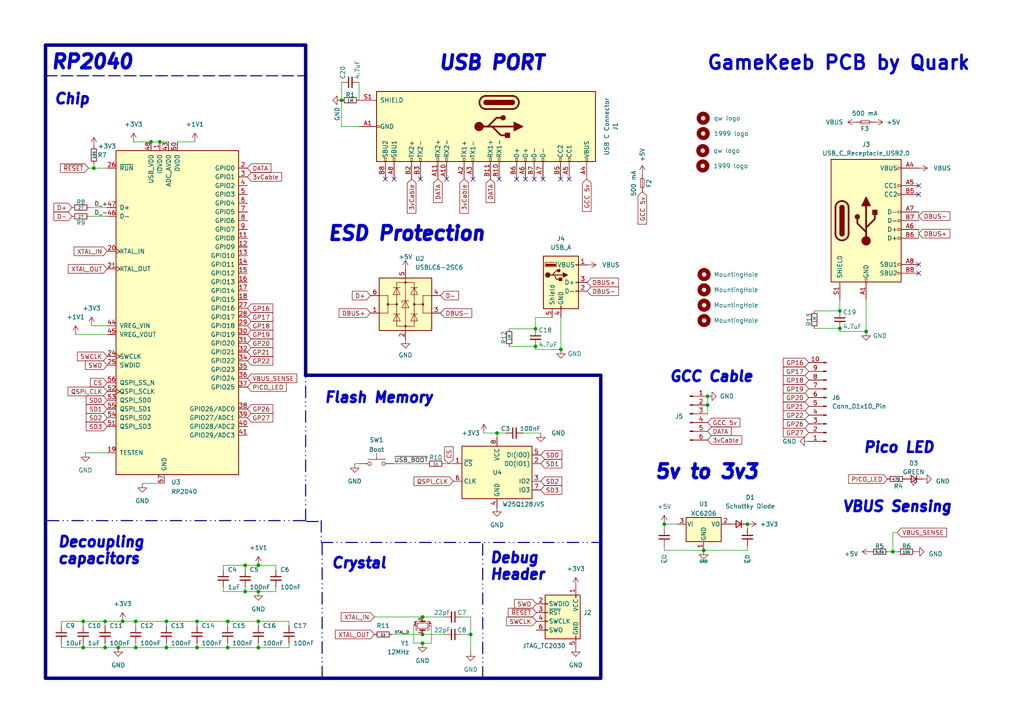
<source format=kicad_sch>
(kicad_sch (version 20230121) (generator eeschema)
  (paper "A4")
  (junction (at 155.321 95.377))
  (junction (at 258.953 160.02))
  (junction (at 35.56 180.213))
  (junction (at 46.355 41.148))
  (junction (at 74.93 180.213))
  (junction (at 71.12 171.577))
  (junction (at 57.15 187.833))
  (junction (at 205.232 114.935))
  (junction (at 48.26 180.213))
  (junction (at 34.29 187.833))
  (junction (at 122.555 184.023))
  (junction (at 71.12 163.957))
  (junction (at 99.06 29.083))
  (junction (at 48.26 187.833))
  (junction (at 74.93 171.577))
  (junction (at 162.687 101.346))
  (junction (at 13.208 21.971))
  (junction (at 39.37 187.833))
  (junction (at 155.321 100.457))
  (junction (at 30.48 187.833))
  (junction (at 24.13 180.213))
  (junction (at 144.145 125.603))
  (junction (at 122.555 186.563))
  (junction (at 74.93 187.833))
  (junction (at 216.789 152.019))
  (junction (at 30.48 180.213))
  (junction (at 251.206 96.139))
  (junction (at 136.525 184.023))
  (junction (at 204.089 159.639) (diameter 0.9144))
  (junction (at 192.659 152.019) (diameter 0.9144))
  (junction (at 43.815 41.148))
  (junction (at 57.15 180.213))
  (junction (at 66.04 180.213))
  (junction (at 27.2222 48.768))
  (junction (at 39.37 180.213))
  (junction (at 74.93 163.957))
  (junction (at 88.646 108.839))
  (junction (at 174.244 157.3361))
  (junction (at 24.13 187.833))
  (junction (at 122.555 178.943))
  (junction (at 243.586 90.17))
  (junction (at 243.586 95.25))
  (junction (at 205.232 117.475))
  (junction (at 140.001 196.723))
  (junction (at 66.04 187.833))
  (junction (at 88.646 21.971))
  (no_connect (at 154.94 51.943))
  (no_connect (at 129.54 51.943))
  (no_connect (at 114.3 51.943))
  (no_connect (at 165.1 51.943))
  (no_connect (at 144.78 51.943))
  (no_connect (at 266.446 56.388))
  (no_connect (at 152.4 51.943))
  (no_connect (at 162.56 51.943))
  (no_connect (at 266.446 53.848))
  (no_connect (at 266.446 76.708))
  (no_connect (at 157.48 51.943))
  (no_connect (at 149.86 51.943))
  (no_connect (at 137.16 51.943))
  (no_connect (at 111.76 51.943))
  (no_connect (at 121.92 51.943))
  (no_connect (at 266.446 79.248))
  (wire (pts (xy 25.9842 62.738) (xy 31.115 62.738)))
  (wire (pts (xy 57.15 187.833) (xy 66.04 187.833)))
  (wire (pts (xy 17.78 181.483) (xy 17.78 180.213)))
  (bus (pts (xy 93.4392 157.5901) (xy 93.4392 196.977)) (stroke (width 0) (type dash_dot_dot)))
  (wire (pts (xy 151.765 125.603) (xy 156.845 125.603)))
  (bus (pts (xy 13.208 13.081) (xy 13.208 21.971)) (stroke (width 1)))
  (wire (pts (xy 192.659 152.019) (xy 192.659 153.289)))
  (wire (pts (xy 17.78 186.563) (xy 17.78 187.833)))
  (wire (pts (xy 57.15 180.213) (xy 57.15 181.483)))
  (wire (pts (xy 30.48 180.213) (xy 35.56 180.213)))
  (wire (pts (xy 74.93 171.577) (xy 80.01 171.577)))
  (wire (pts (xy 162.687 101.346) (xy 155.321 101.346)))
  (wire (pts (xy 155.321 92.075) (xy 155.321 95.377)))
  (wire (pts (xy 74.93 180.213) (xy 83.82 180.213)))
  (wire (pts (xy 24.13 180.213) (xy 24.13 181.483)))
  (wire (pts (xy 104.14 23.876) (xy 104.14 29.083)))
  (wire (pts (xy 125.095 181.483) (xy 125.095 186.563)))
  (wire (pts (xy 104.14 36.703) (xy 99.06 36.703)))
  (wire (pts (xy 74.93 163.957) (xy 71.12 163.957)))
  (wire (pts (xy 258.953 160.02) (xy 260.4008 160.02)))
  (wire (pts (xy 243.586 96.139) (xy 251.206 96.139)))
  (wire (pts (xy 74.93 180.213) (xy 74.93 181.483)))
  (wire (pts (xy 133.985 178.943) (xy 136.525 178.943)))
  (wire (pts (xy 48.26 187.833) (xy 48.26 186.563)))
  (wire (pts (xy 243.586 96.139) (xy 243.586 95.25)))
  (wire (pts (xy 125.095 186.563) (xy 122.555 186.563)))
  (wire (pts (xy 66.04 180.213) (xy 66.04 181.483)))
  (bus (pts (xy 140.001 196.723) (xy 140.001 157.353)) (stroke (width 0) (type dash_dot_dot)))
  (wire (pts (xy 136.525 178.943) (xy 136.525 184.023)))
  (wire (pts (xy 26.5684 94.488) (xy 31.115 94.488)))
  (wire (pts (xy 27.2222 48.768) (xy 31.115 48.768)))
  (wire (pts (xy 120.015 186.563) (xy 122.555 186.563)))
  (wire (pts (xy 46.355 41.148) (xy 48.895 41.148)))
  (bus (pts (xy 174.244 196.723) (xy 174.244 157.3361)) (stroke (width 1)))
  (wire (pts (xy 155.321 101.346) (xy 155.321 100.457)))
  (wire (pts (xy 136.525 184.023) (xy 136.525 189.103)))
  (wire (pts (xy 38.735 41.148) (xy 43.815 41.148)))
  (wire (pts (xy 25.9842 60.198) (xy 31.115 60.198)))
  (wire (pts (xy 243.586 95.25) (xy 236.22 95.25)))
  (wire (pts (xy 260.223 154.432) (xy 258.953 154.432)))
  (wire (pts (xy 39.37 187.833) (xy 48.26 187.833)))
  (wire (pts (xy 41.275 140.208) (xy 47.625 140.208)))
  (wire (pts (xy 71.12 163.957) (xy 71.12 165.227)))
  (wire (pts (xy 192.659 152.019) (xy 196.469 152.019)))
  (wire (pts (xy 205.232 117.475) (xy 205.232 120.015)))
  (bus (pts (xy 88.9 151.257) (xy 93.4392 151.257)) (stroke (width 0) (type dash_dot_dot)))
  (wire (pts (xy 155.321 100.457) (xy 147.701 100.457)))
  (wire (pts (xy 66.04 186.563) (xy 66.04 187.833)))
  (wire (pts (xy 192.659 158.369) (xy 192.659 159.639)))
  (wire (pts (xy 66.04 187.833) (xy 74.93 187.833)))
  (wire (pts (xy 64.77 163.957) (xy 64.77 165.227)))
  (wire (pts (xy 204.089 159.639) (xy 192.659 159.639)))
  (wire (pts (xy 136.525 184.023) (xy 133.985 184.023)))
  (bus (pts (xy 93.1852 157.3361) (xy 174.244 157.3361)) (stroke (width 0) (type dash_dot_dot)))
  (wire (pts (xy 48.26 180.213) (xy 48.26 181.483)))
  (wire (pts (xy 147.701 95.377) (xy 155.321 95.377)))
  (wire (pts (xy 31.115 97.028) (xy 21.9456 97.028)))
  (bus (pts (xy 13.208 21.971) (xy 13.208 196.723)) (stroke (width 1)))
  (wire (pts (xy 30.48 187.833) (xy 34.29 187.833)))
  (wire (pts (xy 144.145 125.603) (xy 144.145 126.873)))
  (wire (pts (xy 251.206 86.868) (xy 251.206 96.139)))
  (wire (pts (xy 160.147 92.075) (xy 155.321 92.075)))
  (wire (pts (xy 122.555 184.023) (xy 113.665 184.023)))
  (bus (pts (xy 13.716 151.003) (xy 88.646 151.003)) (stroke (width 0) (type dash_dot_dot)))
  (wire (pts (xy 64.77 171.577) (xy 71.12 171.577)))
  (wire (pts (xy 102.87 134.493) (xy 104.14 134.493)))
  (wire (pts (xy 25.6793 48.768) (xy 27.2222 48.768)))
  (bus (pts (xy 88.646 13.081) (xy 88.646 21.971)) (stroke (width 1)))
  (wire (pts (xy 57.15 186.563) (xy 57.15 187.833)))
  (wire (pts (xy 74.93 187.833) (xy 83.82 187.833)))
  (wire (pts (xy 99.06 23.876) (xy 99.06 29.083)))
  (bus (pts (xy 88.646 108.839) (xy 174.244 108.839)) (stroke (width 1)))
  (wire (pts (xy 74.93 187.833) (xy 74.93 186.563)))
  (wire (pts (xy 39.37 180.213) (xy 48.26 180.213)))
  (wire (pts (xy 30.48 180.213) (xy 24.13 180.213)))
  (bus (pts (xy 88.646 21.971) (xy 88.646 108.839)) (stroke (width 1)))
  (wire (pts (xy 17.78 187.833) (xy 24.13 187.833)))
  (wire (pts (xy 243.586 86.868) (xy 243.586 90.17)))
  (wire (pts (xy 83.82 180.213) (xy 83.82 181.483)))
  (bus (pts (xy 88.646 151.003) (xy 88.646 108.839)) (stroke (width 0) (type dash_dot_dot)))
  (wire (pts (xy 205.232 114.935) (xy 205.232 117.475)))
  (bus (pts (xy 13.208 196.723) (xy 140.001 196.723)) (stroke (width 1)))
  (wire (pts (xy 266.446 61.468) (xy 266.446 64.008)))
  (wire (pts (xy 74.93 163.957) (xy 80.01 163.957)))
  (wire (pts (xy 128.905 134.493) (xy 131.445 134.493)))
  (wire (pts (xy 57.15 180.213) (xy 66.04 180.213)))
  (wire (pts (xy 99.06 36.703) (xy 99.06 29.083)))
  (wire (pts (xy 27.2222 47.498) (xy 27.2222 48.768)))
  (wire (pts (xy 80.01 163.957) (xy 80.01 165.227)))
  (wire (pts (xy 140.335 125.603) (xy 144.145 125.603)))
  (wire (pts (xy 128.905 178.943) (xy 122.555 178.943)))
  (wire (pts (xy 257.683 160.02) (xy 258.953 160.02)))
  (wire (pts (xy 80.01 171.577) (xy 80.01 170.307)))
  (wire (pts (xy 216.789 153.2636) (xy 216.789 152.019)))
  (wire (pts (xy 30.48 186.563) (xy 30.48 187.833)))
  (wire (pts (xy 35.56 180.213) (xy 39.37 180.213)))
  (wire (pts (xy 108.585 178.943) (xy 122.555 178.943)))
  (wire (pts (xy 48.26 187.833) (xy 57.15 187.833)))
  (wire (pts (xy 24.765 131.318) (xy 31.115 131.318)))
  (wire (pts (xy 24.13 187.833) (xy 30.48 187.833)))
  (wire (pts (xy 216.789 158.3436) (xy 216.789 159.639)))
  (wire (pts (xy 83.82 187.833) (xy 83.82 186.563)))
  (wire (pts (xy 162.687 92.075) (xy 162.687 101.346)))
  (wire (pts (xy 30.48 180.213) (xy 30.48 181.483)))
  (wire (pts (xy 71.12 171.577) (xy 74.93 171.577)))
  (bus (pts (xy 174.244 157.3361) (xy 174.244 108.839)) (stroke (width 1)))
  (wire (pts (xy 48.26 180.213) (xy 57.15 180.213)))
  (wire (pts (xy 64.77 170.307) (xy 64.77 171.577)))
  (bus (pts (xy 93.1852 151.003) (xy 93.1852 157.3361)) (stroke (width 0) (type dash_dot_dot)))
  (bus (pts (xy 13.208 13.081) (xy 88.646 13.081)) (stroke (width 1)))
  (wire (pts (xy 258.953 154.432) (xy 258.953 160.02)))
  (wire (pts (xy 128.905 184.023) (xy 122.555 184.023)))
  (wire (pts (xy 114.3 134.493) (xy 123.825 134.493)))
  (wire (pts (xy 266.446 66.548) (xy 266.446 69.088)))
  (wire (pts (xy 43.815 41.148) (xy 46.355 41.148)))
  (wire (pts (xy 71.12 170.307) (xy 71.12 171.577)))
  (wire (pts (xy 204.089 159.639) (xy 216.789 159.639)))
  (wire (pts (xy 24.13 186.563) (xy 24.13 187.833)))
  (wire (pts (xy 144.145 125.603) (xy 146.685 125.603)))
  (wire (pts (xy 51.435 41.148) (xy 56.515 41.148)))
  (bus (pts (xy 174.244 157.3361) (xy 174.244 157.353)))
  (bus (pts (xy 13.208 21.971) (xy 88.646 21.971)) (stroke (width 0) (type dash)))
  (bus (pts (xy 140.001 196.723) (xy 174.244 196.723)) (stroke (width 1)))
  (wire (pts (xy 120.015 181.483) (xy 120.015 186.563)))
  (wire (pts (xy 39.37 187.833) (xy 39.37 186.563)))
  (wire (pts (xy 17.78 180.213) (xy 24.13 180.213)))
  (wire (pts (xy 71.12 163.957) (xy 64.77 163.957)))
  (wire (pts (xy 66.04 180.213) (xy 74.93 180.213)))
  (wire (pts (xy 39.37 180.213) (xy 39.37 181.483)))
  (wire (pts (xy 34.29 187.833) (xy 39.37 187.833)))
  (wire (pts (xy 236.22 90.17) (xy 243.586 90.17)))
  (text "Decoupling\ncapacitors" (at 16.51 163.957 0) (effects (font (size 3 3) (thickness 2) bold italic) (justify left bottom)))
  (text "GameKeeb PCB by Quark" (at 281.686 20.701 0) (effects (font (size 4 4) (thickness 0.8) bold) (justify right bottom)))
  (text "5v to 3v3" (at 189.611 139.319 0) (effects (font (size 4 4) (thickness 2) bold italic) (justify left bottom)))
  (text "Debug\nHeader" (at 141.859 168.529 0) (effects (font (size 3 3) (thickness 2) bold italic) (justify left bottom)))
  (text "VBUS Sensing" (at 244.094 148.844 0) (effects (font (size 3 3) (thickness 2) bold italic) (justify left bottom)))
  (text "Chip" (at 15.494 30.607 0) (effects (font (size 3 3) (thickness 2) bold italic) (justify left bottom)))
  (text "Crystal" (at 95.885 165.227 0) (effects (font (size 3 3) (thickness 2) bold italic) (justify left bottom)))
  (text "USB PORT" (at 126.873 20.701 0) (effects (font (size 4 4) (thickness 2) bold italic) (justify left bottom)))
  (text "RP2040" (at 14.478 20.447 0) (effects (font (size 4 4) (thickness 2) bold italic) (justify left bottom)))
  (text "Flash Memory" (at 93.853 117.221 0) (effects (font (size 3 3) (thickness 2) bold italic) (justify left bottom)))
  (text "ESD Protection" (at 94.742 70.231 0) (effects (font (size 4 4) (thickness 2) bold italic) (justify left bottom)))
  (text "GCC Cable" (at 193.929 111.125 0) (effects (font (size 3 3) (thickness 2) bold italic) (justify left bottom)))
  (text "Pico LED" (at 250.19 131.699 0) (effects (font (size 3 3) (thickness 2) bold italic) (justify left bottom)))
  (label "D_+" (at 27.305 60.198 0))
  (label "D_-" (at 27.305 62.738 0))
  (label "~{USB_BOOT}" (at 114.3 134.493 0))
  (label "XTAL_O" (at 118.745 184.023 180) (effects (font (size 0.8 0.8))))
  (global_label "GP18" (shape input) (at 71.755 94.488 0) (property "Intersheetrefs" "${INTERSHEET_REFS}" (effects hide)))
  (global_label "GP22" (shape input) (at 71.755 104.648 0) (property "Intersheetrefs" "${INTERSHEET_REFS}" (effects hide)))
  (global_label "DBUS+" (shape input) (at 170.307 81.915 0) (property "Intersheetrefs" "${INTERSHEET_REFS}" (effects hide)))
  (global_label "~{RESET}" (shape input) (at 25.6793 48.768 180) (property "Intersheetrefs" "${INTERSHEET_REFS}" (effects hide)))
  (global_label "CS" (shape input) (at 31.115 110.998 180) (property "Intersheetrefs" "${INTERSHEET_REFS}" (effects hide)))
  (global_label "D+" (shape input) (at 107.442 85.725 180) (property "Intersheetrefs" "${INTERSHEET_REFS}" (effects hide)))
  (global_label "SD0" (shape input) (at 31.115 116.078 180) (property "Intersheetrefs" "${INTERSHEET_REFS}" (effects hide)))
  (global_label "GP17" (shape input) (at 234.569 107.696 180) (property "Intersheetrefs" "${INTERSHEET_REFS}" (effects hide)))
  (global_label "VBUS_SENSE" (shape input) (at 260.223 154.432 0) (property "Intersheetrefs" "${INTERSHEET_REFS}" (effects hide)))
  (global_label "SD0" (shape input) (at 156.845 131.953 0) (property "Intersheetrefs" "${INTERSHEET_REFS}" (effects hide)))
  (global_label "VBUS_SENSE" (shape input) (at 71.755 109.728 0) (property "Intersheetrefs" "${INTERSHEET_REFS}" (effects hide)))
  (global_label "SD3" (shape input) (at 31.115 123.698 180) (property "Intersheetrefs" "${INTERSHEET_REFS}" (effects hide)))
  (global_label "GP17" (shape input) (at 71.755 91.948 0) (property "Intersheetrefs" "${INTERSHEET_REFS}" (effects hide)))
  (global_label "QSPI_CLK" (shape input) (at 31.115 113.538 180) (property "Intersheetrefs" "${INTERSHEET_REFS}" (effects hide)))
  (global_label "PICO_LED" (shape input) (at 71.755 112.268 0) (property "Intersheetrefs" "${INTERSHEET_REFS}" (effects hide)))
  (global_label "SWCLK" (shape input) (at 31.115 103.378 180) (property "Intersheetrefs" "${INTERSHEET_REFS}" (effects hide)))
  (global_label "~{RESET}" (shape input) (at 155.575 177.673 180) (property "Intersheetrefs" "${INTERSHEET_REFS}" (effects hide)))
  (global_label "D-" (shape input) (at 20.9042 62.738 180) (property "Intersheetrefs" "${INTERSHEET_REFS}" (effects hide)))
  (global_label "D-" (shape input) (at 127.762 85.725 0) (property "Intersheetrefs" "${INTERSHEET_REFS}" (effects hide)))
  (global_label "GP22" (shape input) (at 234.569 120.396 180) (property "Intersheetrefs" "${INTERSHEET_REFS}" (effects hide)))
  (global_label "GP26" (shape input) (at 71.755 118.618 0) (property "Intersheetrefs" "${INTERSHEET_REFS}" (effects hide)))
  (global_label "SD3" (shape input) (at 156.845 142.113 0) (property "Intersheetrefs" "${INTERSHEET_REFS}" (effects hide)))
  (global_label "SD1" (shape input) (at 31.115 118.618 180) (property "Intersheetrefs" "${INTERSHEET_REFS}" (effects hide)))
  (global_label "PICO_LED" (shape input) (at 257.429 138.938 180) (property "Intersheetrefs" "${INTERSHEET_REFS}" (effects hide)))
  (global_label "DBUS-" (shape input) (at 266.446 62.6872 0) (property "Intersheetrefs" "${INTERSHEET_REFS}" (effects hide)))
  (global_label "CS" (shape input) (at 130.175 134.493 90) (property "Intersheetrefs" "${INTERSHEET_REFS}" (effects hide)))
  (global_label "3vCable" (shape input) (at 205.232 127.635 0) (property "Intersheetrefs" "${INTERSHEET_REFS}" (effects hide)))
  (global_label "DBUS+" (shape input) (at 107.442 90.805 180) (property "Intersheetrefs" "${INTERSHEET_REFS}" (effects hide)))
  (global_label "XTAL_OUT" (shape input) (at 31.115 77.978 180) (property "Intersheetrefs" "${INTERSHEET_REFS}" (effects hide)))
  (global_label "GCC 5v" (shape input) (at 205.232 122.555 0) (property "Intersheetrefs" "${INTERSHEET_REFS}" (effects hide)))
  (global_label "GP18" (shape input) (at 234.569 110.236 180) (property "Intersheetrefs" "${INTERSHEET_REFS}" (effects hide)))
  (global_label "GP16" (shape input) (at 234.569 105.156 180) (property "Intersheetrefs" "${INTERSHEET_REFS}" (effects hide)))
  (global_label "GP26" (shape input) (at 234.569 122.936 180) (property "Intersheetrefs" "${INTERSHEET_REFS}" (effects hide)))
  (global_label "GP27" (shape input) (at 234.569 125.476 180) (property "Intersheetrefs" "${INTERSHEET_REFS}" (effects hide)))
  (global_label "DATA" (shape input) (at 71.755 48.768 0) (property "Intersheetrefs" "${INTERSHEET_REFS}" (effects hide)))
  (global_label "3vCable" (shape input) (at 134.62 51.943 270) (property "Intersheetrefs" "${INTERSHEET_REFS}" (effects hide)))
  (global_label "GP27" (shape input) (at 71.755 121.158 0) (property "Intersheetrefs" "${INTERSHEET_REFS}" (effects hide)))
  (global_label "GCC 5v" (shape input) (at 186.309 55.626 270) (property "Intersheetrefs" "${INTERSHEET_REFS}" (effects hide)))
  (global_label "XTAL_IN" (shape input) (at 31.115 72.898 180) (property "Intersheetrefs" "${INTERSHEET_REFS}" (effects hide)))
  (global_label "GP16" (shape input) (at 71.755 89.408 0) (property "Intersheetrefs" "${INTERSHEET_REFS}" (effects hide)))
  (global_label "XTAL_IN" (shape input) (at 108.585 178.943 180) (property "Intersheetrefs" "${INTERSHEET_REFS}" (effects hide)))
  (global_label "SD2" (shape input) (at 156.845 139.573 0) (property "Intersheetrefs" "${INTERSHEET_REFS}" (effects hide)))
  (global_label "GP21" (shape input) (at 234.569 117.856 180) (property "Intersheetrefs" "${INTERSHEET_REFS}" (effects hide)))
  (global_label "QSPI_CLK" (shape input) (at 131.445 139.573 180) (property "Intersheetrefs" "${INTERSHEET_REFS}" (effects hide)))
  (global_label "SD1" (shape input) (at 156.845 134.493 0) (property "Intersheetrefs" "${INTERSHEET_REFS}" (effects hide)))
  (global_label "GP20" (shape input) (at 234.569 115.316 180) (property "Intersheetrefs" "${INTERSHEET_REFS}" (effects hide)))
  (global_label "DATA" (shape input) (at 205.232 125.095 0) (property "Intersheetrefs" "${INTERSHEET_REFS}" (effects hide)))
  (global_label "D+" (shape input) (at 20.9042 60.198 180) (property "Intersheetrefs" "${INTERSHEET_REFS}" (effects hide)))
  (global_label "3vCable" (shape input) (at 119.38 51.943 270) (property "Intersheetrefs" "${INTERSHEET_REFS}" (effects hide)))
  (global_label "DATA" (shape input) (at 127 51.943 270) (property "Intersheetrefs" "${INTERSHEET_REFS}" (effects hide)))
  (global_label "SD2" (shape input) (at 31.115 121.158 180) (property "Intersheetrefs" "${INTERSHEET_REFS}" (effects hide)))
  (global_label "DBUS-" (shape input) (at 170.307 84.455 0) (property "Intersheetrefs" "${INTERSHEET_REFS}" (effects hide)))
  (global_label "GP20" (shape input) (at 71.755 99.568 0) (property "Intersheetrefs" "${INTERSHEET_REFS}" (effects hide)))
  (global_label "GP19" (shape input) (at 71.755 97.028 0) (property "Intersheetrefs" "${INTERSHEET_REFS}" (effects hide)))
  (global_label "DBUS-" (shape input) (at 127.762 90.805 0) (property "Intersheetrefs" "${INTERSHEET_REFS}" (effects hide)))
  (global_label "DBUS+" (shape input) (at 266.446 67.7672 0) (property "Intersheetrefs" "${INTERSHEET_REFS}" (effects hide)))
  (global_label "GCC 5v" (shape input) (at 170.18 51.943 270) (property "Intersheetrefs" "${INTERSHEET_REFS}" (effects hide)))
  (global_label "XTAL_OUT" (shape input) (at 108.585 184.023 180) (property "Intersheetrefs" "${INTERSHEET_REFS}" (effects hide)))
  (global_label "SWCLK" (shape input) (at 155.575 180.213 180) (property "Intersheetrefs" "${INTERSHEET_REFS}" (effects hide)))
  (global_label "SWD" (shape input) (at 155.575 175.133 180) (property "Intersheetrefs" "${INTERSHEET_REFS}" (effects hide)))
  (global_label "SWD" (shape input) (at 31.115 105.918 180) (property "Intersheetrefs" "${INTERSHEET_REFS}" (effects hide)))
  (global_label "GP19" (shape input) (at 234.569 112.776 180) (property "Intersheetrefs" "${INTERSHEET_REFS}" (effects hide)))
  (global_label "3vCable" (shape input) (at 71.755 51.308 0) (property "Intersheetrefs" "${INTERSHEET_REFS}" (effects hide)))
  (global_label "DATA" (shape input) (at 142.24 51.943 270) (property "Intersheetrefs" "${INTERSHEET_REFS}" (effects hide)))
  (global_label "GP21" (shape input) (at 71.755 102.108 0) (property "Intersheetrefs" "${INTERSHEET_REFS}" (effects hide)))
  (symbol (lib_id "power:GND") (at 162.687 101.346 0) (unit 1)
    (property "Reference" "#PWR040" (effects hide))
    (property "Value" "GND" (at 164.6174 102.6159 0) (effects (justify left)))
  )
  (symbol (lib_id "power:+1V1") (at 21.9456 97.028 0) (unit 1)
    (property "Reference" "#PWR01" (effects hide))
    (property "Value" "+1V1" (at 21.9456 91.948 0))
  )
  (symbol (lib_id "power:GND") (at 74.93 171.577 0) (unit 1)
    (property "Reference" "#PWR011" (effects hide))
    (property "Value" "GND" (at 74.93 176.657 0))
  )
  (symbol (lib_id "power:GND") (at 167.005 187.833 0) (unit 1)
    (property "Reference" "#PWR025" (effects hide))
    (property "Value" "GND" (at 167.005 192.913 0))
  )
  (symbol (lib_id "Connector:USB_A") (at 162.687 81.915 0) (unit 1)
    (property "Reference" "J4" (at 162.687 69.215 0))
    (property "Value" "USB_A" (at 162.687 71.755 0))
    (property "Footprint" "USB1130-15-A:GCT_USB1130-15-A_REVA" (effects hide))
    (property "Datasheet" " ~" (effects hide))
  )
  (symbol (lib_id "Connector:USB_C_Receptacle") (at 144.78 36.703 270) (unit 1)
    (property "Reference" "J1" (at 178.5112 36.703 0))
    (property "Value" "USB C Connector" (at 175.9712 36.703 0))
    (property "Footprint" "footprints:TYPE-C_24P_QCHT" (effects hide))
    (property "Datasheet" "https://www.usb.org/sites/default/files/documents/usb_type-c.zip" (effects hide))
    (property "LCSC" "C456013" (effects hide))
  )
  (symbol (lib_id "power:+3V3") (at 35.56 180.213 0) (unit 1)
    (property "Reference" "#PWR06" (effects hide))
    (property "Value" "+3V3" (at 35.56 175.133 0))
  )
  (symbol (lib_id "power:+5V") (at 186.309 50.546 0) (unit 1)
    (property "Reference" "#PWR038" (effects hide))
    (property "Value" "+5V" (at 186.309 46.99 90) (effects (justify left)))
  )
  (symbol (lib_id "Device:C_Small") (at 80.01 167.767 0) (unit 1)
    (property "Reference" "C6" (at 81.28 165.2269 0) (effects (justify left)))
    (property "Value" "100nF" (at 81.28 170.3069 0) (effects (justify left)))
    (property "Footprint" "Capacitor_SMD:C_0402_1005Metric" (effects hide))
    (property "LCSC" "C1525" (effects hide))
  )
  (symbol (lib_id "Switch:SW_Push") (at 109.22 134.493 0) (unit 1) (in_bom no)
    (property "Reference" "SW1" (at 109.22 127.6055 0))
    (property "Value" "Boot" (at 109.22 130.3806 0))
    (property "Footprint" "Button_Switch_SMD:SW_SPST_SKQG_WithStem" (effects hide))
    (property "LCSC" "C318884" (effects hide))
  )
  (symbol (lib_id "Device:R_Small") (at 111.125 184.023 270) (mirror x) (unit 1)
    (property "Reference" "R11" (at 111.125 181.483 90))
    (property "Value" "1k" (at 111.125 184.1179 90) (effects (font (size 0.8 0.8))))
    (property "Footprint" "Resistor_SMD:R_0402_1005Metric" (effects hide))
    (property "LCSC" "C11702" (effects hide))
  )
  (symbol (lib_id "Device:C_Small") (at 64.77 167.767 0) (unit 1)
    (property "Reference" "C4" (at 66.04 165.2269 0) (effects (justify left)))
    (property "Value" "1uF" (at 66.04 170.3069 0) (effects (justify left)))
    (property "Footprint" "Capacitor_SMD:C_0402_1005Metric" (effects hide))
    (property "LCSC" "C52923" (effects hide))
  )
  (symbol (lib_id "Device:C_Small") (at 131.445 184.023 270) (mirror x) (unit 1)
    (property "Reference" "C8" (at 133.985 182.753 90))
    (property "Value" "22pF" (at 128.27 182.753 90))
    (property "Footprint" "Capacitor_SMD:C_0402_1005Metric" (effects hide))
    (property "LCSC" "C1555" (effects hide))
  )
  (symbol (lib_id "power:GND") (at 24.765 131.318 0) (unit 1)
    (property "Reference" "#PWR02" (effects hide))
    (property "Value" "GND" (at 24.765 136.398 0))
  )
  (symbol (lib_id "Mechanical:MountingHole") (at 204.216 92.964 0) (unit 1)
    (property "Reference" "H4" (effects hide))
    (property "Value" "MountingHole" (at 207.01 92.964 0) (effects (justify left)))
    (property "Footprint" "MountingHole:MountingHole_2.1mm" (effects hide))
  )
  (symbol (lib_id "Mechanical:MountingHole") (at 203.835 48.133 0) (unit 1)
    (property "Reference" "H8" (effects hide))
    (property "Value" "1999 logo" (at 206.883 48.133 0) (effects (justify left)))
    (property "Footprint" "1999:1999 logo md" (effects hide))
  )
  (symbol (lib_id "Device:R_Small") (at 147.701 97.917 180) (unit 1)
    (property "Reference" "R12" (at 146.1516 97.917 90))
    (property "Value" "1M" (at 147.8026 97.917 90) (effects (font (size 0.8 0.8))))
    (property "Footprint" "Resistor_SMD:R_0603_1608Metric" (effects hide))
    (property "LCSC" "C25190" (effects hide))
  )
  (symbol (lib_id "Device:R_Small") (at 255.143 160.02 90) (unit 1)
    (property "Reference" "R5" (at 256.4477 158.4171 90) (effects (justify left)))
    (property "Value" "5.6k" (at 256.4995 160.0869 90) (effects (font (size 0.8 0.8)) (justify left)))
    (property "Footprint" "Resistor_SMD:R_0603_1608Metric" (effects hide))
    (property "LCSC" "C23189" (effects hide))
  )
  (symbol (lib_id "Device:C_Small") (at 39.37 184.023 0) (unit 1)
    (property "Reference" "C12" (at 40.64 181.4829 0) (effects (justify left)))
    (property "Value" "100nF" (at 40.64 186.5629 0) (effects (justify left)))
    (property "Footprint" "Capacitor_SMD:C_0402_1005Metric" (effects hide))
    (property "LCSC" "C1525" (effects hide))
  )
  (symbol (lib_id "power:GND") (at 41.275 140.208 0) (unit 1)
    (property "Reference" "#PWR08" (effects hide))
    (property "Value" "GND" (at 41.275 145.288 0))
  )
  (symbol (lib_id "power:+5V") (at 117.602 78.105 0) (unit 1)
    (property "Reference" "#PWR014" (effects hide))
    (property "Value" "+5V" (at 117.602 74.5005 0))
  )
  (symbol (lib_id "power:+3V3") (at 27.2222 42.418 0) (unit 1)
    (property "Reference" "#PWR04" (effects hide))
    (property "Value" "+3V3" (at 31.0322 42.418 0))
  )
  (symbol (lib_id "Device:R_Small") (at 101.6 29.083 90) (unit 1)
    (property "Reference" "R1" (at 101.6 27.5336 90))
    (property "Value" "1M" (at 101.6 29.1846 90) (effects (font (size 0.8 0.8))))
    (property "Footprint" "Resistor_SMD:R_0603_1608Metric" (effects hide))
    (property "LCSC" "C25190" (effects hide))
  )
  (symbol (lib_id "Device:R_Small") (at 23.4442 62.738 90) (unit 1)
    (property "Reference" "R9" (at 23.4442 64.6176 90))
    (property "Value" "27" (at 23.4442 62.8396 90) (effects (font (size 0.8 0.8))))
    (property "Footprint" "Resistor_SMD:R_0603_1608Metric" (effects hide))
    (property "LCSC" "C25190" (effects hide))
  )
  (symbol (lib_id "power:+5V") (at 192.659 152.019 0) (unit 1)
    (property "Reference" "#PWR020" (effects hide))
    (property "Value" "+5V" (at 192.659 146.939 0))
  )
  (symbol (lib_id "power:GND") (at 156.845 125.603 0) (unit 1)
    (property "Reference" "#PWR021" (effects hide))
    (property "Value" "GND" (at 161.925 125.603 0))
  )
  (symbol (lib_id "Connector:Conn_01x06_Pin") (at 200.152 120.015 0) (unit 1)
    (property "Reference" "J5" (at 196.977 120.777 0))
    (property "Value" "GCC Cable" (effects hide))
    (property "Footprint" "Connector_PinHeader_2.00mm:PinHeader_1x06_P2.00mm_Vertical" (effects hide))
  )
  (symbol (lib_id "power:GND") (at 34.29 187.833 0) (unit 1)
    (property "Reference" "#PWR05" (effects hide))
    (property "Value" "GND" (at 34.29 192.913 0))
  )
  (symbol (lib_id "power:GND") (at 234.569 128.016 270) (unit 1)
    (property "Reference" "#PWR023" (effects hide))
    (property "Value" "GND" (at 231.013 128.016 90) (effects (justify right)))
  )
  (symbol (lib_id "Device:C_Small") (at 131.445 178.943 270) (mirror x) (unit 1)
    (property "Reference" "C7" (at 133.985 177.673 90))
    (property "Value" "22pF" (at 128.27 177.673 90))
    (property "Footprint" "Capacitor_SMD:C_0402_1005Metric" (effects hide))
    (property "LCSC" "C1555" (effects hide))
  )
  (symbol (lib_id "Device:C_Small") (at 243.586 92.71 0) (unit 1)
    (property "Reference" "C19" (at 244.475 90.551 0) (effects (justify left)))
    (property "Value" "4.7uF" (at 244.475 94.742 0) (effects (justify left)))
    (property "Footprint" "Capacitor_SMD:C_0603_1608Metric" (effects hide))
  )
  (symbol (lib_id "Mechanical:MountingHole") (at 204.216 79.629 0) (unit 1)
    (property "Reference" "H1" (effects hide))
    (property "Value" "MountingHole" (at 207.01 79.629 0) (effects (justify left)))
    (property "Footprint" "MountingHole:MountingHole_2.1mm" (effects hide))
  )
  (symbol (lib_id "power:GND") (at 204.089 159.639 0) (unit 1)
    (property "Reference" "#PWR022" (effects hide))
    (property "Value" "GND" (at 204.089 162.814 0) (effects (font (size 0.762 0.762))))
  )
  (symbol (lib_id "Mechanical:MountingHole") (at 203.962 34.29 0) (unit 1)
    (property "Reference" "H5" (effects hide))
    (property "Value" "qw logo" (at 207.01 34.29 0) (effects (justify left)))
    (property "Footprint" "qw-logo:qw new logo silk + copper sm" (effects hide))
  )
  (symbol (lib_id "Device:C_Small") (at 48.26 184.023 0) (unit 1)
    (property "Reference" "C13" (at 49.53 181.4829 0) (effects (justify left)))
    (property "Value" "100nF" (at 49.53 186.5629 0) (effects (justify left)))
    (property "Footprint" "Capacitor_SMD:C_0402_1005Metric" (effects hide))
    (property "LCSC" "C1525" (effects hide))
  )
  (symbol (lib_id "power:VBUS") (at 170.307 76.835 270) (unit 1)
    (property "Reference" "#PWR039" (effects hide))
    (property "Value" "VBUS" (at 174.625 76.835 90) (effects (justify left)))
  )
  (symbol (lib_id "power:+3.3V") (at 216.789 152.019 270) (unit 1)
    (property "Reference" "#PWR027" (effects hide))
    (property "Value" "+3.3V" (at 220.4212 152.0189 90) (effects (justify left)))
  )
  (symbol (lib_id "Connector:Conn_01x10_Pin") (at 239.649 117.856 180) (unit 1)
    (property "Reference" "J6" (at 241.3 115.316 0) (effects (justify right)))
    (property "Value" "Conn_01x10_Pin" (at 241.3 117.856 0) (effects (justify right)))
    (property "Footprint" "Connector_PinHeader_2.54mm:PinHeader_1x10_P2.54mm_Vertical" (effects hide))
  )
  (symbol (lib_id "power:+3V3") (at 140.335 125.603 0) (unit 1)
    (property "Reference" "#PWR018" (effects hide))
    (property "Value" "+3V3" (at 136.525 125.603 0))
  )
  (symbol (lib_id "power:GND") (at 99.06 29.083 270) (unit 1)
    (property "Reference" "#PWR012" (effects hide))
    (property "Value" "GND" (at 97.7901 31.0134 0) (effects (justify left)))
  )
  (symbol (lib_id "power:GND") (at 267.589 138.938 90) (unit 1)
    (property "Reference" "#PWR031" (effects hide))
    (property "Value" "GND" (at 271.399 139.573 90) (effects (justify right)))
  )
  (symbol (lib_id "Connector:USB_C_Receptacle_USB2.0") (at 251.206 64.008 0) (unit 1)
    (property "Reference" "J3" (at 251.206 41.91 0))
    (property "Value" "USB_C_Receptacle_USB2.0" (at 251.206 44.45 0))
    (property "Footprint" "PCM_marbastlib-various:USB_C_Receptacle_HRO_TYPE-C-31-M-12" (effects hide))
    (property "Datasheet" "https://www.usb.org/sites/default/files/documents/usb_type-c.zip" (effects hide))
  )
  (symbol (lib_id "power:GND") (at 265.4808 160.02 90) (unit 1)
    (property "Reference" "#PWR029" (effects hide))
    (property "Value" "GND" (at 269.2908 160.655 90) (effects (justify right)))
  )
  (symbol (lib_id "power:+3V3") (at 167.005 170.053 0) (unit 1)
    (property "Reference" "#PWR024" (effects hide))
    (property "Value" "+3V3" (at 167.005 164.973 0))
  )
  (symbol (lib_id "Mechanical:MountingHole") (at 204.216 84.074 0) (unit 1)
    (property "Reference" "H2" (effects hide))
    (property "Value" "MountingHole" (at 207.01 84.074 0) (effects (justify left)))
    (property "Footprint" "MountingHole:MountingHole_2.1mm" (effects hide))
  )
  (symbol (lib_id "Device:LED_Small") (at 265.049 138.938 180) (unit 1)
    (property "Reference" "D3" (at 264.9855 134.366 0))
    (property "Value" "GREEN" (at 264.9855 136.906 0))
    (property "Footprint" "LED_SMD:LED_0805_2012Metric" (effects hide))
    (property "LCSC" "C2297" (effects hide))
  )
  (symbol (lib_id "Mechanical:MountingHole") (at 203.962 38.735 0) (unit 1)
    (property "Reference" "H6" (effects hide))
    (property "Value" "1999 logo" (at 207.01 38.735 0) (effects (justify left)))
    (property "Footprint" "1999:1999 logo md" (effects hide))
  )
  (symbol (lib_id "Mechanical:MountingHole") (at 203.835 43.688 0) (unit 1)
    (property "Reference" "H7" (effects hide))
    (property "Value" "qw logo" (at 206.883 43.688 0) (effects (justify left)))
    (property "Footprint" "qw-logo:qw new logo silk + copper md" (effects hide))
  )
  (symbol (lib_id "power:+1V1") (at 56.515 41.148 0) (unit 1)
    (property "Reference" "#PWR09" (effects hide))
    (property "Value" "+1V1" (at 56.515 36.068 0))
  )
  (symbol (lib_id "Device:C_Small") (at 66.04 184.023 0) (unit 1)
    (property "Reference" "C15" (at 67.31 181.4829 0) (effects (justify left)))
    (property "Value" "100nF" (at 67.31 186.5629 0) (effects (justify left)))
    (property "Footprint" "Capacitor_SMD:C_0402_1005Metric" (effects hide))
    (property "LCSC" "C1525" (effects hide))
  )
  (symbol (lib_id "power:+1V1") (at 74.93 163.957 0) (unit 1)
    (property "Reference" "#PWR010" (effects hide))
    (property "Value" "+1V1" (at 74.93 158.877 0))
  )
  (symbol (lib_id "Sleep-lib:RP2040") (at 51.435 91.948 0) (unit 1)
    (property "Reference" "U3" (at 49.6444 139.8175 0) (effects (justify left)))
    (property "Value" "RP2040" (at 49.6444 142.5926 0) (effects (justify left)))
    (property "Footprint" "footprints:RP2040-QFN-56" (effects hide))
    (property "Datasheet" "https://datasheets.raspberrypi.com/rp2040/rp2040-datasheet.pdf" (effects hide))
    (property "LCSC" "C2040" (effects hide))
  )
  (symbol (lib_id "power:GND") (at 144.145 147.193 0) (unit 1)
    (property "Reference" "#PWR019" (effects hide))
    (property "Value" "GND" (at 144.145 152.273 0))
  )
  (symbol (lib_id "power:VBUS") (at 248.412 35.433 90) (unit 1)
    (property "Reference" "#PWR035" (effects hide))
    (property "Value" "VBUS" (at 244.602 35.433 90) (effects (justify left)))
  )
  (symbol (lib_id "Device:R_Small") (at 236.22 92.71 180) (unit 1)
    (property "Reference" "R13" (at 234.6706 92.71 90))
    (property "Value" "1M" (at 236.3216 92.71 90) (effects (font (size 0.8 0.8))))
    (property "Footprint" "Resistor_SMD:R_0603_1608Metric" (effects hide))
    (property "LCSC" "C25190" (effects hide))
  )
  (symbol (lib_id "Device:R_Small") (at 27.2222 44.958 0) (unit 1)
    (property "Reference" "R7" (at 28.2891 44.958 0) (effects (justify left)))
    (property "Value" "10k" (at 27.2985 46.0756 90) (effects (font (size 0.8 0.8)) (justify left)))
    (property "Footprint" "Resistor_SMD:R_0402_1005Metric" (effects hide))
    (property "LCSC" "C25744" (effects hide))
  )
  (symbol (lib_id "Device:Fuse_Small") (at 186.309 53.086 270) (unit 1)
    (property "Reference" "F2" (at 188.214 51.943 0) (effects (justify left)))
    (property "Value" "500 mA" (at 183.769 49.403 0) (effects (justify left)))
    (property "Footprint" "Fuse:Fuse_1206_3216Metric" (effects hide))
    (property "LCSC" "C70076" (effects hide))
  )
  (symbol (lib_id "Device:C_Small") (at 149.225 125.603 90) (unit 1)
    (property "Reference" "C3" (at 147.9549 124.333 90) (effects (justify left)))
    (property "Value" "100nF" (at 156.8449 124.333 90) (effects (justify left)))
    (property "Footprint" "Capacitor_SMD:C_0402_1005Metric" (effects hide))
    (property "LCSC" "C1525" (effects hide))
  )
  (symbol (lib_id "Device:C_Small") (at 57.15 184.023 0) (unit 1)
    (property "Reference" "C14" (at 58.42 181.4829 0) (effects (justify left)))
    (property "Value" "100nF" (at 58.42 186.5629 0) (effects (justify left)))
    (property "Footprint" "Capacitor_SMD:C_0402_1005Metric" (effects hide))
    (property "LCSC" "C1525" (effects hide))
  )
  (symbol (lib_id "Device:C_Small") (at 83.82 184.023 0) (unit 1)
    (property "Reference" "C17" (at 85.09 181.4829 0) (effects (justify left)))
    (property "Value" "100nF" (at 85.09 186.5629 0) (effects (justify left)))
    (property "Footprint" "Capacitor_SMD:C_0402_1005Metric" (effects hide))
    (property "LCSC" "C1525" (effects hide))
  )
  (symbol (lib_id "Device:R_Small") (at 259.969 138.938 90) (unit 1)
    (property "Reference" "R4" (at 261.8797 141.0151 90) (effects (justify left)))
    (property "Value" "470" (at 261.103 139.0496 90) (effects (font (size 0.8 0.8)) (justify left)))
    (property "Footprint" "Resistor_SMD:R_0402_1005Metric" (effects hide))
    (property "LCSC" "C25744" (effects hide))
  )
  (symbol (lib_id "power:GND") (at 136.525 189.103 0) (mirror y) (unit 1)
    (property "Reference" "#PWR017" (effects hide))
    (property "Value" "GND" (at 136.525 194.183 0))
  )
  (symbol (lib_id "power:GND") (at 102.87 134.493 0) (unit 1)
    (property "Reference" "#PWR013" (effects hide))
    (property "Value" "GND" (at 102.87 139.573 0))
  )
  (symbol (lib_id "Device:C_Small") (at 24.13 184.023 0) (unit 1)
    (property "Reference" "C10" (at 25.4 181.4829 0) (effects (justify left)))
    (property "Value" "1uF" (at 25.4 186.5629 0) (effects (justify left)))
    (property "Footprint" "Capacitor_SMD:C_0402_1005Metric" (effects hide))
    (property "LCSC" "C52923" (effects hide))
  )
  (symbol (lib_id "Device:C_Small") (at 30.48 184.023 0) (unit 1)
    (property "Reference" "C11" (at 31.75 181.4829 0) (effects (justify left)))
    (property "Value" "100nF" (at 31.75 186.5629 0) (effects (justify left)))
    (property "Footprint" "Capacitor_SMD:C_0402_1005Metric" (effects hide))
    (property "LCSC" "C1525" (effects hide))
  )
  (symbol (lib_id "Memory_Flash:W25Q128JVS") (at 144.145 137.033 0) (unit 1)
    (property "Reference" "U4" (at 142.875 137.033 0) (effects (justify left)))
    (property "Value" "W25Q128JVS" (at 145.6648 146.2752 0) (effects (justify left)))
    (property "Footprint" "Package_SO:SOIC-8_5.23x5.23mm_P1.27mm" (effects hide))
    (property "Datasheet" "http://www.winbond.com/resource-files/w25q128jv_dtr%20revc%2003272018%20plus.pdf" (effects hide))
    (property "LCSC" "C97521" (effects hide))
  )
  (symbol (lib_id "Device:D_Small") (at 214.249 152.019 180) (unit 1)
    (property "Reference" "D1" (at 217.6018 144.272 0))
    (property "Value" "Schottky Diode" (at 217.6018 146.812 0))
    (property "Footprint" "Diode_SMD:D_SOD-123" (effects hide))
    (property "LCSC" "C8598" (effects hide))
  )
  (symbol (lib_id "power:+5V") (at 252.603 160.02 90) (unit 1)
    (property "Reference" "#PWR028" (effects hide))
    (property "Value" "+5V" (at 248.92 160.655 90) (effects (justify left)))
  )
  (symbol (lib_id "Device:C_Small") (at 192.659 155.829 180) (unit 1)
    (property "Reference" "C2" (at 192.659 161.544 0) (effects (font (size 0.762 0.762))))
    (property "Value" "1uF" (at 192.659 162.814 0) (effects (font (size 0.762 0.762))))
    (property "Footprint" "Capacitor_SMD:C_0402_1005Metric" (effects hide))
    (property "LCSC" "C52923" (effects hide))
  )
  (symbol (lib_id "power:GND") (at 205.232 114.935 90) (unit 1)
    (property "Reference" "#PWR032" (effects hide))
    (property "Value" "GND" (at 208.788 114.935 90) (effects (justify right)))
  )
  (symbol (lib_id "Device:C_Small") (at 101.6 23.876 90) (unit 1)
    (property "Reference" "C20" (at 99.441 22.987 0) (effects (justify left)))
    (property "Value" "4.7uF" (at 103.632 22.987 0) (effects (justify left)))
    (property "Footprint" "Capacitor_SMD:C_0603_1608Metric" (effects hide))
  )
  (symbol (lib_id "marbastlib-various:JTAG_TC2030") (at 161.925 180.213 0) (unit 1)
    (property "Reference" "J2" (at 169.2148 177.6729 0) (effects (justify left)))
    (property "Value" "JTAG_TC2030" (at 151.511 187.325 0) (effects (justify left)))
    (property "Footprint" "PCM_marbastlib-various:CON_TC2030_outlined" (effects hide))
    (property "Datasheet" " ~" (effects hide))
  )
  (symbol (lib_id "Device:C_Small") (at 216.789 155.8036 180) (unit 1)
    (property "Reference" "C1" (at 216.789 161.5186 0) (effects (font (size 0.762 0.762))))
    (property "Value" "1uF" (at 216.789 162.7886 0) (effects (font (size 0.762 0.762))))
    (property "Footprint" "Capacitor_SMD:C_0402_1005Metric" (effects hide))
    (property "LCSC" "C52923" (effects hide))
  )
  (symbol (lib_id "power:GND") (at 122.555 186.563 0) (mirror y) (unit 1)
    (property "Reference" "#PWR016" (effects hide))
    (property "Value" "GND" (at 122.555 191.643 0))
  )
  (symbol (lib_id "Device:C_Small") (at 17.78 184.023 0) (unit 1)
    (property "Reference" "C9" (at 19.05 181.4829 0) (effects (justify left)))
    (property "Value" "10uF" (at 19.05 186.5629 0) (effects (justify left)))
    (property "Footprint" "Capacitor_SMD:C_0402_1005Metric" (effects hide))
    (property "LCSC" "C15525" (effects hide))
  )
  (symbol (lib_id "Device:Fuse_Small") (at 250.952 35.433 180) (unit 1)
    (property "Reference" "F3" (at 252.095 37.338 0) (effects (justify left)))
    (property "Value" "500 mA" (at 254.635 32.893 0) (effects (justify left)))
    (property "Footprint" "Fuse:Fuse_1206_3216Metric" (effects hide))
    (property "LCSC" "C70076" (effects hide))
  )
  (symbol (lib_id "power:+5V") (at 253.492 35.433 270) (unit 1)
    (property "Reference" "#PWR036" (effects hide))
    (property "Value" "+5V" (at 257.048 35.433 90) (effects (justify left)))
  )
  (symbol (lib_id "power:VBUS") (at 266.446 48.768 270) (unit 1)
    (property "Reference" "#PWR034" (effects hide))
    (property "Value" "VBUS" (at 270.764 48.768 90) (effects (justify left)))
  )
  (symbol (lib_id "Device:R_Small") (at 126.365 134.493 90) (unit 1)
    (property "Reference" "R10" (at 126.3608 132.701 90))
    (property "Value" "1k" (at 126.3622 134.5739 90) (effects (font (size 0.8 0.8))))
    (property "Footprint" "Resistor_SMD:R_0402_1005Metric" (effects hide))
    (property "LCSC" "C11702" (effects hide))
  )
  (symbol (lib_id "Mechanical:MountingHole") (at 204.216 88.519 0) (unit 1)
    (property "Reference" "H3" (effects hide))
    (property "Value" "MountingHole" (at 207.01 88.519 0) (effects (justify left)))
    (property "Footprint" "MountingHole:MountingHole_2.1mm" (effects hide))
  )
  (symbol (lib_id "Device:C_Small") (at 71.12 167.767 0) (unit 1)
    (property "Reference" "C5" (at 72.39 165.2269 0) (effects (justify left)))
    (property "Value" "100nF" (at 72.39 170.3069 0) (effects (justify left)))
    (property "Footprint" "Capacitor_SMD:C_0402_1005Metric" (effects hide))
    (property "LCSC" "C1525" (effects hide))
  )
  (symbol (lib_id "power:GND") (at 117.602 98.425 0) (unit 1)
    (property "Reference" "#PWR015" (effects hide))
    (property "Value" "GND" (at 117.602 102.9875 0))
  )
  (symbol (lib_id "Device:C_Small") (at 155.321 97.917 0) (unit 1)
    (property "Reference" "C18" (at 156.21 95.758 0) (effects (justify left)))
    (property "Value" "4.7uF" (at 156.21 99.949 0) (effects (justify left)))
    (property "Footprint" "Capacitor_SMD:C_0603_1608Metric" (effects hide))
  )
  (symbol (lib_id "Device:R_Small") (at 262.9408 160.02 90) (unit 1)
    (property "Reference" "R6" (at 264.2779 158.4471 90) (effects (justify left)))
    (property "Value" "10k" (at 264.0748 160.1316 90) (effects (font (size 0.8 0.8)) (justify left)))
    (property "Footprint" "Resistor_SMD:R_0603_1608Metric" (effects hide))
    (property "LCSC" "C23192" (effects hide))
  )
  (symbol (lib_id "Device:C_Small") (at 74.93 184.023 0) (unit 1)
    (property "Reference" "C16" (at 76.2 181.4829 0) (effects (justify left)))
    (property "Value" "100nF" (at 76.2 186.5629 0) (effects (justify left)))
    (property "Footprint" "Capacitor_SMD:C_0402_1005Metric" (effects hide))
    (property "LCSC" "C1525" (effects hide))
  )
  (symbol (lib_id "power:+3V3") (at 26.5684 94.488 0) (unit 1)
    (property "Reference" "#PWR03" (effects hide))
    (property "Value" "+3V3" (at 26.5684 89.408 0))
  )
  (symbol (lib_id "Regulator_Linear:XC6206PxxxMR") (at 204.089 152.019 0) (unit 1)
    (property "Reference" "U1" (at 204.089 146.1475 0))
    (property "Value" "XC6206" (at 204.089 148.9226 0))
    (property "Footprint" "Package_TO_SOT_SMD:SOT-23" (effects hide))
    (property "Datasheet" "https://www.torexsemi.com/file/xc6206/XC6206.pdf" (effects hide))
    (property "LCSC" "C5446" (effects hide))
  )
  (symbol (lib_id "Power_Protection:USBLC6-2SC6") (at 117.602 88.265 0) (unit 1)
    (property "Reference" "U2" (at 120.3707 75.0062 0) (effects (justify left)))
    (property "Value" "USBLC6-2SC6" (at 120.3707 77.5462 0) (effects (justify left)))
    (property "Footprint" "Package_TO_SOT_SMD:SOT-23-6" (effects hide))
    (property "Datasheet" "https://www.st.com/resource/en/datasheet/usblc6-2.pdf" (effects hide))
    (property "LCSC" "C7519" (effects hide))
  )
  (symbol (lib_id "power:+3V3") (at 38.735 41.148 0) (unit 1)
    (property "Reference" "#PWR07" (effects hide))
    (property "Value" "+3V3" (at 38.735 36.068 0))
  )
  (symbol (lib_id "power:GND") (at 251.206 96.139 0) (unit 1)
    (property "Reference" "#PWR041" (effects hide))
    (property "Value" "GND" (at 253.1364 97.4089 0) (effects (justify left)))
  )
  (symbol (lib_id "Device:Crystal_GND24_Small") (at 122.555 181.483 270) (mirror x) (unit 1)
    (property "Reference" "Y1" (at 118.745 186.563 90) (effects (justify right)))
    (property "Value" "12MHz" (at 118.745 189.103 90) (effects (justify right)))
    (property "Footprint" "Crystal:Crystal_SMD_3225-4Pin_3.2x2.5mm" (effects hide))
    (property "LCSC" "C9002" (effects hide))
  )
  (symbol (lib_id "Device:R_Small") (at 23.4442 60.198 90) (unit 1)
    (property "Reference" "R8" (at 23.4442 58.6486 90))
    (property "Value" "27" (at 23.4442 60.2996 90) (effects (font (size 0.8 0.8))))
    (property "Footprint" "Resistor_SMD:R_0603_1608Metric" (effects hide))
    (property "LCSC" "C25190" (effects hide))
  )
)
</source>
